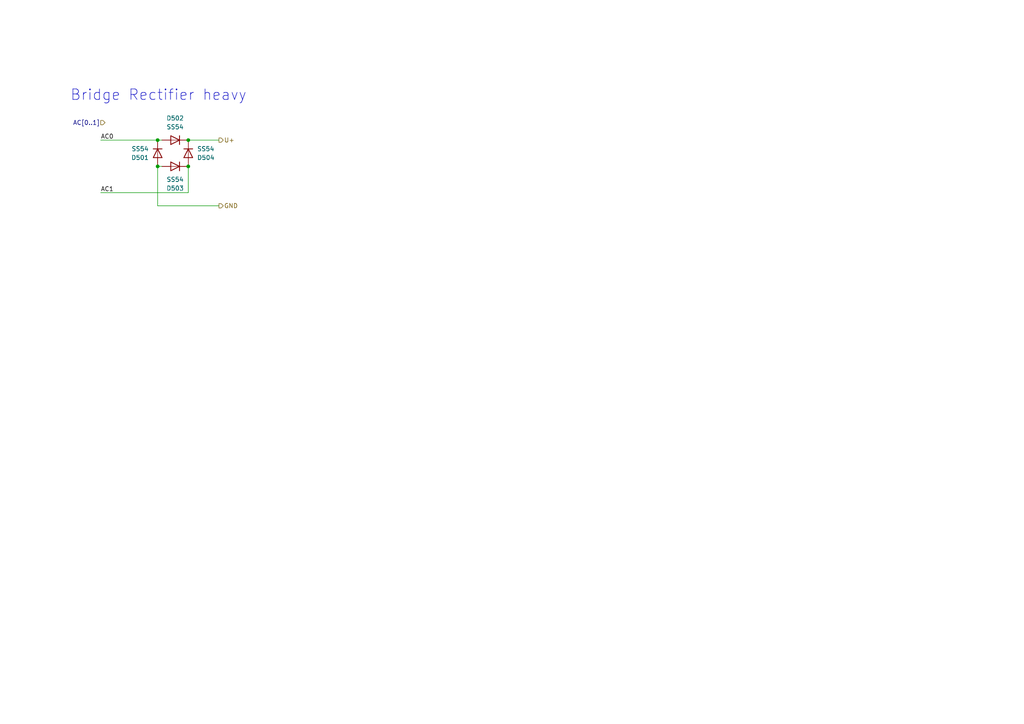
<source format=kicad_sch>
(kicad_sch (version 20231120) (generator "eeschema") (generator_version "7.99")
  (paper "A4")
  (lib_symbols
    (symbol "Device:D" (pin_numbers hide) (pin_names (offset 1.016) hide)
      (property "Reference" "D" (at 0 2.54 0))
      (property "Value" "D" (at 0 -2.54 0))
      (symbol "D_0_1"
        (polyline (pts (xy -1.27 1.27) (xy -1.27 -1.27)) (stroke (width 0.254)))
        (polyline (pts (xy 1.27 0) (xy -1.27 0)))
        (polyline (pts (xy 1.27 1.27) (xy 1.27 -1.27) (xy -1.27 0) (xy 1.27 1.27)) (stroke (width 0.254)))
      )
      (symbol "D_1_1"
        (pin passive line (at -3.81 0 0) (length 2.54) (name "K") (number "1"))
        (pin passive line (at 3.81 0 180) (length 2.54) (name "A") (number "2"))
      )
    )
  )
  (junction (at 54.61 40.64))
  (junction (at 45.72 48.26))
  (junction (at 54.61 48.26))
  (junction (at 45.72 40.64))
  (wire (pts (xy 54.61 40.64) (xy 63.5 40.64)))
  (wire (pts (xy 45.72 59.69) (xy 63.5 59.69)))
  (wire (pts (xy 29.21 40.64) (xy 45.72 40.64)))
  (wire (pts (xy 45.72 40.64) (xy 46.99 40.64)))
  (wire (pts (xy 54.61 48.26) (xy 54.61 55.88)))
  (wire (pts (xy 46.99 48.26) (xy 45.72 48.26)))
  (wire (pts (xy 29.21 55.88) (xy 54.61 55.88)))
  (wire (pts (xy 45.72 48.26) (xy 45.72 59.69)))
  (text "Bridge Rectifier heavy\n" (at 45.974 27.686 0) (effects (font (size 3.048 3.048))))
  (label "AC1" (at 29.21 55.88 0))
  (label "AC0" (at 29.21 40.64 0))
  (hierarchical_label "U+" (shape output) (at 63.5 40.64 0))
  (hierarchical_label "AC[0..1]" (shape input) (at 30.48 35.56 180))
  (hierarchical_label "GND" (shape output) (at 63.5 59.69 0))
  (symbol (lib_id "Device:D") (at 50.8 40.64 180) (unit 1)
    (property "Reference" "D502" (at 50.8 34.29 0))
    (property "Value" "SS54" (at 50.8 36.83 0))
    (property "Footprint" "Diode_SMD:D_SMA" (effects (hide yes)))
    (property "Description" "Diode" (effects (hide yes)))
    (property "Sim.Device" "D" (effects (hide yes)))
    (property "Sim.Pins" "1=K 2=A" (effects (hide yes)))
    (property "LCSC" "C191023" (effects (hide yes)))
  )
  (symbol (lib_id "Device:D") (at 50.8 48.26 0) (mirror y) (unit 1)
    (property "Reference" "D503" (at 50.8 54.61 0))
    (property "Value" "SS54" (at 50.8 52.07 0))
    (property "Footprint" "Diode_SMD:D_SMA" (effects (hide yes)))
    (property "Description" "Diode" (effects (hide yes)))
    (property "Sim.Device" "D" (effects (hide yes)))
    (property "Sim.Pins" "1=K 2=A" (effects (hide yes)))
    (property "LCSC" "C191023" (effects (hide yes)))
  )
  (symbol (lib_id "Device:D") (at 54.61 44.45 90) (mirror x) (unit 1)
    (property "Reference" "D504" (at 57.15 45.72 90) (effects (justify right)))
    (property "Value" "SS54" (at 57.15 43.18 90) (effects (justify right)))
    (property "Footprint" "Diode_SMD:D_SMA" (effects (hide yes)))
    (property "Description" "Diode" (effects (hide yes)))
    (property "Sim.Device" "D" (effects (hide yes)))
    (property "Sim.Pins" "1=K 2=A" (effects (hide yes)))
    (property "LCSC" "C191023" (effects (hide yes)))
  )
  (symbol (lib_id "Device:D") (at 45.72 44.45 270) (unit 1)
    (property "Reference" "D501" (at 43.18 45.72 90) (effects (justify right)))
    (property "Value" "SS54" (at 43.18 43.18 90) (effects (justify right)))
    (property "Footprint" "Diode_SMD:D_SMA" (effects (hide yes)))
    (property "Description" "Diode" (effects (hide yes)))
    (property "Sim.Device" "D" (effects (hide yes)))
    (property "Sim.Pins" "1=K 2=A" (effects (hide yes)))
    (property "LCSC" "C191023" (effects (hide yes)))
  )
)
</source>
